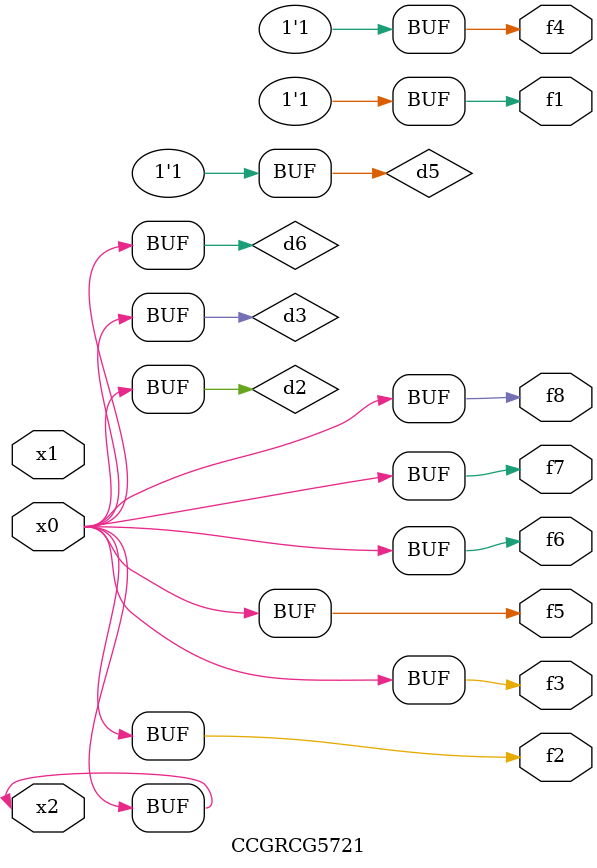
<source format=v>
module CCGRCG5721(
	input x0, x1, x2,
	output f1, f2, f3, f4, f5, f6, f7, f8
);

	wire d1, d2, d3, d4, d5, d6;

	xnor (d1, x2);
	buf (d2, x0, x2);
	and (d3, x0);
	xnor (d4, x1, x2);
	nand (d5, d1, d3);
	buf (d6, d2, d3);
	assign f1 = d5;
	assign f2 = d6;
	assign f3 = d6;
	assign f4 = d5;
	assign f5 = d6;
	assign f6 = d6;
	assign f7 = d6;
	assign f8 = d6;
endmodule

</source>
